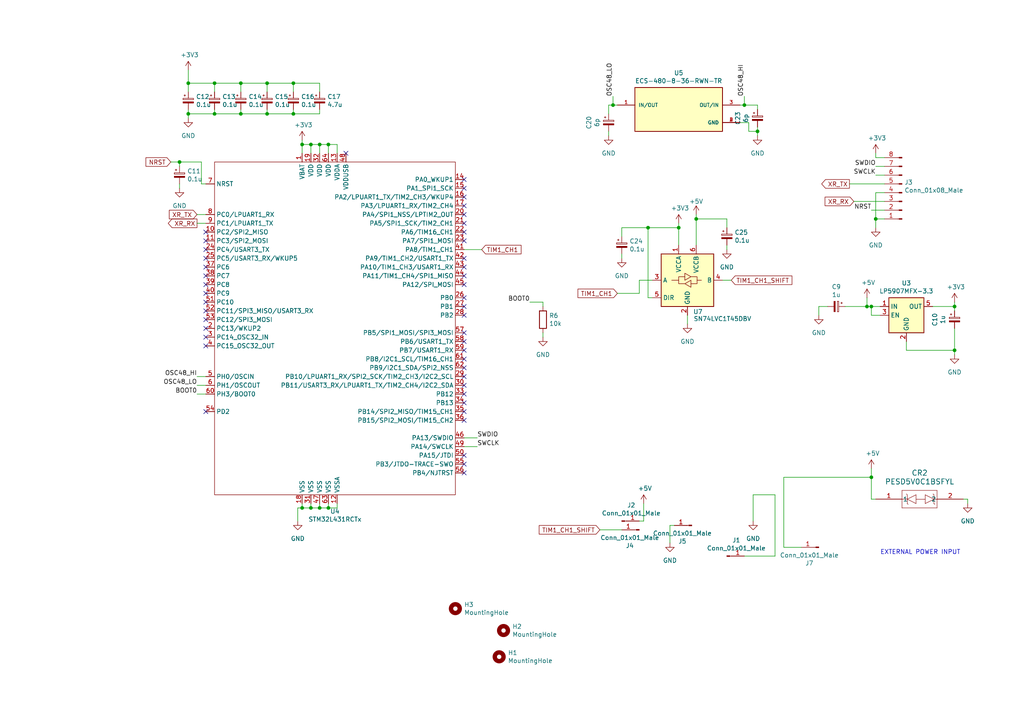
<source format=kicad_sch>
(kicad_sch (version 20231120) (generator "eeschema") (generator_version "8.0")
  (paper "A4")
  (lib_symbols
    (symbol "Connector:Conn_01x08_Male" (pin_names (offset 1.016) hide)
      (property "Reference" "J" (at 0 10.16 0))
      (property "Value" "Conn_01x08_Male" (at 0 -12.7 0))
      (symbol "Conn_01x08_Male_1_1"
        (polyline (pts (xy 1.27 -10.16) (xy 0.8636 -10.16)) (stroke (width 0.1524)))
        (polyline (pts (xy 1.27 -7.62) (xy 0.8636 -7.62)) (stroke (width 0.1524)))
        (polyline (pts (xy 1.27 -5.08) (xy 0.8636 -5.08)) (stroke (width 0.1524)))
        (polyline (pts (xy 1.27 -2.54) (xy 0.8636 -2.54)) (stroke (width 0.1524)))
        (polyline (pts (xy 1.27 0) (xy 0.8636 0)) (stroke (width 0.1524)))
        (polyline (pts (xy 1.27 2.54) (xy 0.8636 2.54)) (stroke (width 0.1524)))
        (polyline (pts (xy 1.27 5.08) (xy 0.8636 5.08)) (stroke (width 0.1524)))
        (polyline (pts (xy 1.27 7.62) (xy 0.8636 7.62)) (stroke (width 0.1524)))
        (rectangle (start 0.8636 -10.033) (end 0 -10.287) (stroke (width 0.1524)) (fill (type outline)))
        (rectangle (start 0.8636 -7.493) (end 0 -7.747) (stroke (width 0.1524)) (fill (type outline)))
        (rectangle (start 0.8636 -4.953) (end 0 -5.207) (stroke (width 0.1524)) (fill (type outline)))
        (rectangle (start 0.8636 -2.413) (end 0 -2.667) (stroke (width 0.1524)) (fill (type outline)))
        (rectangle (start 0.8636 0.127) (end 0 -0.127) (stroke (width 0.1524)) (fill (type outline)))
        (rectangle (start 0.8636 2.667) (end 0 2.413) (stroke (width 0.1524)) (fill (type outline)))
        (rectangle (start 0.8636 5.207) (end 0 4.953) (stroke (width 0.1524)) (fill (type outline)))
        (rectangle (start 0.8636 7.747) (end 0 7.493) (stroke (width 0.1524)) (fill (type outline)))
        (pin passive line (at 5.08 7.62 180) (length 3.81) (name "Pin_1") (number "1"))
        (pin passive line (at 5.08 5.08 180) (length 3.81) (name "Pin_2") (number "2"))
        (pin passive line (at 5.08 2.54 180) (length 3.81) (name "Pin_3") (number "3"))
        (pin passive line (at 5.08 0 180) (length 3.81) (name "Pin_4") (number "4"))
        (pin passive line (at 5.08 -2.54 180) (length 3.81) (name "Pin_5") (number "5"))
        (pin passive line (at 5.08 -5.08 180) (length 3.81) (name "Pin_6") (number "6"))
        (pin passive line (at 5.08 -7.62 180) (length 3.81) (name "Pin_7") (number "7"))
        (pin passive line (at 5.08 -10.16 180) (length 3.81) (name "Pin_8") (number "8"))
      )
    )
    (symbol "Device:R" (pin_numbers hide) (pin_names (offset 0))
      (property "Reference" "R" (at 2.032 0 90))
      (property "Value" "R" (at 0 0 90))
      (symbol "R_0_1"
        (rectangle (start -1.016 -2.54) (end 1.016 2.54) (stroke (width 0.254)))
      )
      (symbol "R_1_1"
        (pin passive line (at 0 3.81 270) (length 1.27) (name "~") (number "1"))
        (pin passive line (at 0 -3.81 90) (length 1.27) (name "~") (number "2"))
      )
    )
    (symbol "Logic_LevelTranslator:SN74LVC1T45DBV"
      (property "Reference" "U" (at -6.35 8.89 0))
      (property "Value" "SN74LVC1T45DBV" (at 3.81 8.89 0))
      (symbol "SN74LVC1T45DBV_0_1"
        (rectangle (start -7.62 7.62) (end 7.62 -7.62) (stroke (width 0.254)) (fill (type background)))
        (polyline (pts (xy -2.54 0) (xy -2.54 1.016) (xy -0.762 1.016)))
        (polyline (pts (xy 2.794 0) (xy 2.794 -1.016) (xy 1.016 -1.016)))
        (polyline (pts (xy -0.762 -1.016) (xy -2.54 -1.016) (xy -2.54 0) (xy -4.572 0)))
        (polyline (pts (xy -0.762 0) (xy -0.762 2.032) (xy 1.016 1.016) (xy -0.762 0)))
        (polyline (pts (xy 1.016 1.016) (xy 2.794 1.016) (xy 2.794 0) (xy 4.064 0)))
        (polyline (pts (xy 1.016 0) (xy 1.016 -1.778) (xy 1.016 -2.032) (xy -0.762 -1.016) (xy 1.016 0)))
      )
      (symbol "SN74LVC1T45DBV_1_1"
        (pin power_in line (at -2.54 10.16 270) (length 2.54) (name "VCCA") (number "1"))
        (pin power_in line (at 0 -10.16 90) (length 2.54) (name "GND") (number "2"))
        (pin bidirectional line (at -10.16 0 0) (length 2.54) (name "A") (number "3"))
        (pin bidirectional line (at 10.16 0 180) (length 2.54) (name "B") (number "4"))
        (pin input line (at -10.16 -5.08 0) (length 2.54) (name "DIR") (number "5"))
        (pin power_in line (at 2.54 10.16 270) (length 2.54) (name "VCCB") (number "6"))
      )
    )
    (symbol "Mechanical:MountingHole" (pin_names (offset 1.016))
      (property "Reference" "H" (at 0 5.08 0))
      (property "Value" "MountingHole" (at 0 3.175 0))
      (symbol "MountingHole_0_1"
        (circle (center 0 0) (radius 1.27) (stroke (width 1.27)))
      )
    )
    (symbol "Regulator_Linear:LP5907MFX-3.3"
      (property "Reference" "U" (at -3.81 6.35 0))
      (property "Value" "LP5907MFX-3.3" (at 6.35 6.35 0))
      (symbol "LP5907MFX-3.3_0_1"
        (rectangle (start -5.08 -5.08) (end 5.08 5.08) (stroke (width 0.254)) (fill (type background)))
        (pin power_in line (at -7.62 2.54 0) (length 2.54) (name "IN") (number "1"))
        (pin power_in line (at 0 -7.62 90) (length 2.54) (name "GND") (number "2"))
        (pin input line (at -7.62 0 0) (length 2.54) (name "EN") (number "3"))
        (pin no_connect line (at 5.08 0 180) (length 2.54) hide (name "NC") (number "4"))
        (pin power_out line (at 7.62 2.54 180) (length 2.54) (name "OUT") (number "5"))
      )
    )
    (symbol "power:+5V" (power) (pin_names (offset 0))
      (property "Value" "+5V" (at 0 3.556 0))
      (symbol "+5V_0_1"
        (polyline (pts (xy -0.762 1.27) (xy 0 2.54)))
        (polyline (pts (xy 0 0) (xy 0 2.54)))
        (polyline (pts (xy 0 2.54) (xy 0.762 1.27)))
      )
      (symbol "+5V_1_1"
        (pin power_in line (at 0 0 90) (length 0) hide (name "+5V") (number "1"))
      )
    )
    (symbol "power:GND" (power) (pin_names (offset 0))
      (property "Value" "GND" (at 0 -3.81 0))
      (symbol "GND_0_1"
        (polyline (pts (xy 0 0) (xy 0 -1.27) (xy 1.27 -1.27) (xy 0 -2.54) (xy -1.27 -1.27) (xy 0 -1.27)))
      )
      (symbol "GND_1_1"
        (pin power_in line (at 0 0 270) (length 0) hide (name "GND") (number "1"))
      )
    )
    (symbol "small_led_driver_v2-rescue:+5V-power" (power) (pin_names (offset 0))
      (property "Value" "power_+5V" (at 0 3.556 0))
      (symbol "+5V-power_0_1"
        (polyline (pts (xy -0.762 1.27) (xy 0 2.54)))
        (polyline (pts (xy 0 0) (xy 0 2.54)))
        (polyline (pts (xy 0 2.54) (xy 0.762 1.27)))
      )
      (symbol "+5V-power_1_1"
        (pin power_in line (at 0 0 90) (length 0) hide (name "+5V") (number "1"))
      )
    )
    (symbol "small_led_driver_v2-rescue:Conn_01x01_Male-Connector" (pin_names (offset 1.016) hide)
      (property "Reference" "J" (at 0 2.54 0))
      (property "Value" "Connector_Conn_01x01_Male" (at 0 -2.54 0))
      (symbol "Conn_01x01_Male-Connector_1_1"
        (polyline (pts (xy 1.27 0) (xy 0.8636 0)) (stroke (width 0.1524)))
        (rectangle (start 0.8636 0.127) (end 0 -0.127) (stroke (width 0.1524)) (fill (type outline)))
        (pin passive line (at 5.08 0 180) (length 3.81) (name "Pin_1") (number "1"))
      )
    )
    (symbol "spudglo_driver_v3p1-rescue:+3.3V-power" (power) (pin_names (offset 0))
      (property "Value" "+3.3V-power" (at 0 3.556 0))
      (symbol "+3.3V-power_0_1"
        (polyline (pts (xy -0.762 1.27) (xy 0 2.54)))
        (polyline (pts (xy 0 0) (xy 0 2.54)))
        (polyline (pts (xy 0 2.54) (xy 0.762 1.27)))
      )
      (symbol "+3.3V-power_1_1"
        (pin power_in line (at 0 0 90) (length 0) hide (name "+3V3") (number "1"))
      )
    )
    (symbol "spudglo_driver_v3p1-rescue:CP_Small-Device" (pin_numbers hide) (pin_names (offset 0.254) hide)
      (property "Reference" "C" (at 0.254 1.778 0))
      (property "Value" "CP_Small-Device" (at 0.254 -2.032 0))
      (symbol "CP_Small-Device_0_1"
        (rectangle (start -1.524 -0.3048) (end 1.524 -0.6858) (fill (type outline)))
        (rectangle (start -1.524 0.6858) (end 1.524 0.3048))
        (polyline (pts (xy -1.27 1.524) (xy -0.762 1.524)))
        (polyline (pts (xy -1.016 1.27) (xy -1.016 1.778)))
      )
      (symbol "CP_Small-Device_1_1"
        (pin passive line (at 0 2.54 270) (length 1.8542) (name "~") (number "1"))
        (pin passive line (at 0 -2.54 90) (length 1.8542) (name "~") (number "2"))
      )
    )
    (symbol "spudglo_driver_v3p1-rescue:ECS-480-8-36-RWN-TR-ECS-480-8-36-RWN-TR" (pin_names (offset 1.016))
      (property "Reference" "Y" (at -12.7254 7.6454 0))
      (property "Value" "ECS-480-8-36-RWN-TR-ECS-480-8-36-RWN-TR" (at -12.7 -7.62 0))
      (symbol "ECS-480-8-36-RWN-TR-ECS-480-8-36-RWN-TR_0_0"
        (rectangle (start -12.7 -5.08) (end 12.7 7.62) (stroke (width 0.254)) (fill (type background)))
        (pin bidirectional line (at -17.78 2.54 0) (length 5.08) (name "IN/OUT") (number "1"))
        (pin power_in line (at 17.78 -2.54 180) (length 5.08) (name "GND") (number "2"))
        (pin bidirectional line (at 17.78 2.54 180) (length 5.08) (name "OUT/IN") (number "3"))
        (pin power_in line (at 17.78 -2.54 180) (length 5.08) (name "GND") (number "4"))
      )
    )
    (symbol "spudglo_driver_v3p1-rescue:STM32L431RCTx-MCU_ST_STM32L4"
      (property "Reference" "U" (at -6.35 29.21 0))
      (property "Value" "STM32L431RCTx-MCU_ST_STM32L4" (at -8.89 -72.39 0))
      (symbol "STM32L431RCTx-MCU_ST_STM32L4_0_1"
        (rectangle (start -8.89 26.67) (end 60.96 -69.85))
      )
      (symbol "STM32L431RCTx-MCU_ST_STM32L4_1_1"
        (pin power_in line (at 16.51 29.21 270) (length 2.54) (name "VBAT") (number "1"))
        (pin bidirectional line (at -11.43 6.35 0) (length 2.54) (name "PC2/SPI2_MISO") (number "10"))
        (pin bidirectional line (at -11.43 3.81 0) (length 2.54) (name "PC3/SPI2_MOSI") (number "11"))
        (pin power_in line (at 26.67 -72.39 90) (length 2.54) (name "VSSA") (number "12"))
        (pin power_in line (at 26.67 29.21 270) (length 2.54) (name "VDDA") (number "13"))
        (pin bidirectional line (at 63.5 21.59 180) (length 2.54) (name "PA0_WKUP1") (number "14"))
        (pin bidirectional line (at 63.5 19.05 180) (length 2.54) (name "PA1_SPI1_SCK") (number "15"))
        (pin bidirectional line (at 63.5 16.51 180) (length 2.54) (name "PA2/LPUART1_TX/TIM2_CH3/WKUP4") (number "16"))
        (pin bidirectional line (at 63.5 13.97 180) (length 2.54) (name "PA3/LPUART1_RX/TIM2_CH4") (number "17"))
        (pin power_in line (at 16.51 -72.39 90) (length 2.54) (name "VSS") (number "18"))
        (pin power_in line (at 19.05 29.21 270) (length 2.54) (name "VDD") (number "19"))
        (pin bidirectional line (at -11.43 -21.59 0) (length 2.54) (name "PC13/WKUP2") (number "2"))
        (pin bidirectional line (at 63.5 11.43 180) (length 2.54) (name "PA4/SPI1_NSS/LPTIM2_OUT") (number "20"))
        (pin bidirectional line (at 63.5 8.89 180) (length 2.54) (name "PA5/SPI1_SCK/TIM2_CH1") (number "21"))
        (pin bidirectional line (at 63.5 6.35 180) (length 2.54) (name "PA6/TIM16_CH1") (number "22"))
        (pin bidirectional line (at 63.5 3.81 180) (length 2.54) (name "PA7/SPI1_MOSI") (number "23"))
        (pin bidirectional line (at -11.43 1.27 0) (length 2.54) (name "PC4/USART3_TX") (number "24"))
        (pin bidirectional line (at -11.43 -1.27 0) (length 2.54) (name "PC5/USART3_RX/WKUP5") (number "25"))
        (pin bidirectional line (at 63.5 -12.7 180) (length 2.54) (name "PB0") (number "26"))
        (pin bidirectional line (at 63.5 -15.24 180) (length 2.54) (name "PB1") (number "27"))
        (pin bidirectional line (at 63.5 -17.78 180) (length 2.54) (name "PB2") (number "28"))
        (pin bidirectional line (at 63.5 -35.56 180) (length 2.54) (name "PB10/LPUART1_RX/SPI2_SCK/TIM2_CH3/I2C2_SCL") (number "29"))
        (pin bidirectional line (at -11.43 -24.13 0) (length 2.54) (name "PC14_OSC32_IN") (number "3"))
        (pin bidirectional line (at 63.5 -38.1 180) (length 2.54) (name "PB11/USART3_RX/LPUART1_TX/TIM2_CH4/I2C2_SDA") (number "30"))
        (pin power_in line (at 19.05 -72.39 90) (length 2.54) (name "VSS") (number "31"))
        (pin power_in line (at 21.59 29.21 270) (length 2.54) (name "VDD") (number "32"))
        (pin bidirectional line (at 63.5 -40.64 180) (length 2.54) (name "PB12") (number "33"))
        (pin bidirectional line (at 63.5 -43.18 180) (length 2.54) (name "PB13") (number "34"))
        (pin bidirectional line (at 63.5 -45.72 180) (length 2.54) (name "PB14/SPI2_MISO/TIM15_CH1") (number "35"))
        (pin bidirectional line (at 63.5 -48.26 180) (length 2.54) (name "PB15/SPI2_MOSI/TIM15_CH2") (number "36"))
        (pin bidirectional line (at -11.43 -3.81 0) (length 2.54) (name "PC6") (number "37"))
        (pin bidirectional line (at -11.43 -6.35 0) (length 2.54) (name "PC7") (number "38"))
        (pin bidirectional line (at -11.43 -8.89 0) (length 2.54) (name "PC8") (number "39"))
        (pin bidirectional line (at -11.43 -26.67 0) (length 2.54) (name "PC15_OSC32_OUT") (number "4"))
        (pin bidirectional line (at -11.43 -11.43 0) (length 2.54) (name "PC9") (number "40"))
        (pin bidirectional line (at 63.5 1.27 180) (length 2.54) (name "PA8/TIM1_CH1") (number "41"))
        (pin bidirectional line (at 63.5 -1.27 180) (length 2.54) (name "PA9/TIM1_CH2/USART1_TX") (number "42"))
        (pin bidirectional line (at 63.5 -3.81 180) (length 2.54) (name "PA10/TIM1_CH3/USART1_RX") (number "43"))
        (pin bidirectional line (at 63.5 -6.35 180) (length 2.54) (name "PA11/TIM1_CH4/SPI1_MISO") (number "44"))
        (pin bidirectional line (at 63.5 -8.89 180) (length 2.54) (name "PA12/SPI_MOSI") (number "45"))
        (pin bidirectional line (at 63.5 -53.34 180) (length 2.54) (name "PA13/SWDIO") (number "46"))
        (pin power_in line (at 21.59 -72.39 90) (length 2.54) (name "VSS") (number "47"))
        (pin power_in line (at 29.21 29.21 270) (length 2.54) (name "VDDUSB") (number "48"))
        (pin bidirectional line (at 63.5 -55.88 180) (length 2.54) (name "PA14/SWCLK") (number "49"))
        (pin input line (at -11.43 -35.56 0) (length 2.54) (name "PH0/OSCIN") (number "5"))
        (pin bidirectional line (at 63.5 -58.42 180) (length 2.54) (name "PA15/JTDI") (number "50"))
        (pin bidirectional line (at -11.43 -13.97 0) (length 2.54) (name "PC10") (number "51"))
        (pin bidirectional line (at -11.43 -16.51 0) (length 2.54) (name "PC11/SPI3_MISO/USART3_RX") (number "52"))
        (pin bidirectional line (at -11.43 -19.05 0) (length 2.54) (name "PC12/SPI3_MOSI") (number "53"))
        (pin bidirectional line (at -11.43 -45.72 0) (length 2.54) (name "PD2") (number "54"))
        (pin bidirectional line (at 63.5 -60.96 180) (length 2.54) (name "PB3/JTDO-TRACE-SWO") (number "55"))
        (pin bidirectional line (at 63.5 -63.5 180) (length 2.54) (name "PB4/NJTRST") (number "56"))
        (pin bidirectional line (at 63.5 -22.86 180) (length 2.54) (name "PB5/SPI1_MOSI/SPI3_MOSI") (number "57"))
        (pin bidirectional line (at 63.5 -25.4 180) (length 2.54) (name "PB6/USART1_TX") (number "58"))
        (pin bidirectional line (at 63.5 -27.94 180) (length 2.54) (name "PB7/USART1_RX") (number "59"))
        (pin input line (at -11.43 -38.1 0) (length 2.54) (name "PH1/OSCOUT") (number "6"))
        (pin bidirectional line (at -11.43 -40.64 0) (length 2.54) (name "PH3/BOOT0") (number "60"))
        (pin bidirectional line (at 63.5 -30.48 180) (length 2.54) (name "PB8/I2C1_SCL/TIM16_CH1") (number "61"))
        (pin bidirectional line (at 63.5 -33.02 180) (length 2.54) (name "PB9/I2C1_SDA/SPI2_NSS") (number "62"))
        (pin power_in line (at 24.13 -72.39 90) (length 2.54) (name "VSS") (number "63"))
        (pin power_in line (at 24.13 29.21 270) (length 2.54) (name "VDD") (number "64"))
        (pin input line (at -11.43 20.32 0) (length 2.54) (name "NRST") (number "7"))
        (pin bidirectional line (at -11.43 11.43 0) (length 2.54) (name "PC0/LPUART1_RX") (number "8"))
        (pin bidirectional line (at -11.43 8.89 0) (length 2.54) (name "PC1/LPUART1_TX") (number "9"))
      )
    )
    (symbol "srw_custom:PESD5V0C1BSFYL" (pin_names (offset 0.254))
      (property "Reference" "CR" (at 12.7 7.62 0))
      (property "Value" "PESD5V0C1BSFYL" (at 12.7 5.08 0))
      (symbol "PESD5V0C1BSFYL_0_1"
        (polyline (pts (xy 7.62 -2.54) (xy 17.78 -2.54)) (stroke (width 0.127)))
        (polyline (pts (xy 7.62 0) (xy 9.092 0.0409)) (stroke (width 0.127)))
        (polyline (pts (xy 7.62 2.54) (xy 7.62 -2.54)) (stroke (width 0.127)))
        (polyline (pts (xy 9.144 -1.27) (xy 9.144 1.27)) (stroke (width 0.127)))
        (polyline (pts (xy 9.144 -1.27) (xy 9.398 -1.524)) (stroke (width 0.127)))
        (polyline (pts (xy 9.144 0) (xy 11.684 1.27)) (stroke (width 0.127)))
        (polyline (pts (xy 9.144 1.27) (xy 8.89 1.524)) (stroke (width 0.127)))
        (polyline (pts (xy 11.684 -1.27) (xy 9.144 0)) (stroke (width 0.127)))
        (polyline (pts (xy 11.684 1.27) (xy 11.684 -1.27)) (stroke (width 0.127)))
        (polyline (pts (xy 14.31 -0.0257) (xy 11.7376 -0.0391)) (stroke (width 0.127)))
        (polyline (pts (xy 14.341 -1.2724) (xy 14.341 1.2676)) (stroke (width 0.127)))
        (polyline (pts (xy 14.341 1.2676) (xy 16.881 0)) (stroke (width 0.127)))
        (polyline (pts (xy 16.8757 -0.0302) (xy 17.8531 -0.0302)) (stroke (width 0.127)))
        (polyline (pts (xy 16.881 -1.2724) (xy 17.135 -1.5264)) (stroke (width 0.127)))
        (polyline (pts (xy 16.881 0) (xy 14.341 -1.2724)) (stroke (width 0.127)))
        (polyline (pts (xy 16.881 1.2676) (xy 16.627 1.5216)) (stroke (width 0.127)))
        (polyline (pts (xy 16.881 1.2676) (xy 16.881 -1.2724)) (stroke (width 0.127)))
        (polyline (pts (xy 17.78 -2.54) (xy 17.78 2.54)) (stroke (width 0.127)))
        (polyline (pts (xy 17.78 2.54) (xy 7.62 2.54)) (stroke (width 0.127)))
        (pin unspecified line (at 0 0 0) (length 7.62) (name "1") (number "1"))
        (pin unspecified line (at 25.4 0 180) (length 7.62) (name "2") (number "2"))
      )
    )
  )
  (junction (at 62.23 24.13))
  (junction (at 69.85 33.02))
  (junction (at 187.96 66.04))
  (junction (at 52.07 46.99))
  (junction (at 87.63 41.91))
  (junction (at 215.9 30.48))
  (junction (at 92.71 41.91))
  (junction (at 276.86 88.9))
  (junction (at 85.09 24.13))
  (junction (at 201.93 63.5))
  (junction (at 77.47 33.02))
  (junction (at 90.17 41.91))
  (junction (at 54.61 33.02))
  (junction (at 276.86 101.6))
  (junction (at 77.47 24.13))
  (junction (at 54.61 24.13))
  (junction (at 251.46 88.9))
  (junction (at 85.09 33.02))
  (junction (at 87.63 147.32))
  (junction (at 95.25 41.91))
  (junction (at 69.85 24.13))
  (junction (at 196.85 66.04))
  (junction (at 90.17 147.32))
  (junction (at 95.25 147.32))
  (junction (at 252.73 88.9))
  (junction (at 254 63.5))
  (junction (at 219.71 38.1))
  (junction (at 252.73 138.43))
  (junction (at 62.23 33.02))
  (junction (at 177.8 30.48))
  (junction (at 92.71 147.32))
  (no_connect (at 134.62 114.3))
  (no_connect (at 59.69 97.79))
  (no_connect (at 134.62 119.38))
  (no_connect (at 59.69 67.31))
  (no_connect (at 59.69 87.63))
  (no_connect (at 134.62 101.6))
  (no_connect (at 134.62 67.31))
  (no_connect (at 134.62 52.07))
  (no_connect (at 134.62 57.15))
  (no_connect (at 134.62 88.9))
  (no_connect (at 134.62 91.44))
  (no_connect (at 59.69 92.71))
  (no_connect (at 59.69 85.09))
  (no_connect (at 134.62 106.68))
  (no_connect (at 134.62 134.62))
  (no_connect (at 100.33 44.45))
  (no_connect (at 59.69 82.55))
  (no_connect (at 134.62 59.69))
  (no_connect (at 134.62 109.22))
  (no_connect (at 134.62 99.06))
  (no_connect (at 134.62 96.52))
  (no_connect (at 134.62 111.76))
  (no_connect (at 134.62 137.16))
  (no_connect (at 59.69 80.01))
  (no_connect (at 59.69 77.47))
  (no_connect (at 59.69 90.17))
  (no_connect (at 134.62 64.77))
  (no_connect (at 59.69 69.85))
  (no_connect (at 134.62 74.93))
  (no_connect (at 134.62 62.23))
  (no_connect (at 134.62 116.84))
  (no_connect (at 134.62 80.01))
  (no_connect (at 59.69 95.25))
  (no_connect (at 59.69 100.33))
  (no_connect (at 134.62 82.55))
  (no_connect (at 134.62 104.14))
  (no_connect (at 134.62 86.36))
  (no_connect (at 59.69 72.39))
  (no_connect (at 134.62 54.61))
  (no_connect (at 134.62 132.08))
  (no_connect (at 134.62 69.85))
  (no_connect (at 59.69 74.93))
  (no_connect (at 59.69 119.38))
  (no_connect (at 134.62 77.47))
  (no_connect (at 134.62 121.92))
  (wire (pts (xy 95.25 44.45) (xy 95.25 41.91)))
  (wire (pts (xy 217.17 35.56) (xy 217.17 38.1)))
  (wire (pts (xy 232.41 158.75) (xy 227.33 158.75)))
  (wire (pts (xy 252.73 138.43) (xy 252.73 135.89)))
  (wire (pts (xy 246.38 53.34) (xy 256.54 53.34)))
  (wire (pts (xy 185.42 85.09) (xy 185.42 81.28)))
  (wire (pts (xy 57.15 109.22) (xy 59.69 109.22)))
  (wire (pts (xy 54.61 33.02) (xy 62.23 33.02)))
  (wire (pts (xy 77.47 33.02) (xy 77.47 31.75)))
  (wire (pts (xy 92.71 44.45) (xy 92.71 41.91)))
  (wire (pts (xy 262.89 99.06) (xy 262.89 101.6)))
  (wire (pts (xy 52.07 48.26) (xy 52.07 46.99)))
  (wire (pts (xy 157.48 88.9) (xy 157.48 87.63)))
  (wire (pts (xy 194.31 157.48) (xy 194.31 152.4)))
  (wire (pts (xy 90.17 147.32) (xy 92.71 147.32)))
  (wire (pts (xy 90.17 44.45) (xy 90.17 41.91)))
  (wire (pts (xy 95.25 147.32) (xy 97.79 147.32)))
  (wire (pts (xy 85.09 33.02) (xy 92.71 33.02)))
  (wire (pts (xy 215.9 30.48) (xy 214.63 30.48)))
  (wire (pts (xy 252.73 91.44) (xy 252.73 88.9)))
  (wire (pts (xy 254 45.72) (xy 254 44.45)))
  (wire (pts (xy 254 55.88) (xy 254 63.5)))
  (wire (pts (xy 97.79 44.45) (xy 97.79 41.91)))
  (wire (pts (xy 90.17 41.91) (xy 87.63 41.91)))
  (wire (pts (xy 95.25 146.05) (xy 95.25 147.32)))
  (wire (pts (xy 217.17 38.1) (xy 219.71 38.1)))
  (wire (pts (xy 92.71 24.13) (xy 85.09 24.13)))
  (wire (pts (xy 180.34 73.66) (xy 180.34 74.93)))
  (wire (pts (xy 262.89 101.6) (xy 276.86 101.6)))
  (wire (pts (xy 210.82 63.5) (xy 201.93 63.5)))
  (wire (pts (xy 95.25 41.91) (xy 92.71 41.91)))
  (wire (pts (xy 57.15 114.3) (xy 59.69 114.3)))
  (wire (pts (xy 219.71 38.1) (xy 219.71 36.83)))
  (wire (pts (xy 59.69 53.34) (xy 58.42 53.34)))
  (wire (pts (xy 157.48 97.79) (xy 157.48 96.52)))
  (wire (pts (xy 199.39 91.44) (xy 199.39 93.98)))
  (wire (pts (xy 187.96 86.36) (xy 187.96 66.04)))
  (wire (pts (xy 276.86 95.25) (xy 276.86 101.6)))
  (wire (pts (xy 276.86 90.17) (xy 276.86 88.9)))
  (wire (pts (xy 201.93 63.5) (xy 201.93 71.12)))
  (wire (pts (xy 54.61 24.13) (xy 62.23 24.13)))
  (wire (pts (xy 180.34 68.58) (xy 180.34 66.04)))
  (wire (pts (xy 177.8 27.94) (xy 177.8 30.48)))
  (wire (pts (xy 85.09 33.02) (xy 77.47 33.02)))
  (wire (pts (xy 69.85 24.13) (xy 77.47 24.13)))
  (wire (pts (xy 180.34 66.04) (xy 187.96 66.04)))
  (wire (pts (xy 54.61 31.75) (xy 54.61 33.02)))
  (wire (pts (xy 57.15 62.23) (xy 59.69 62.23)))
  (wire (pts (xy 134.62 127) (xy 138.43 127)))
  (wire (pts (xy 86.36 151.13) (xy 86.36 147.32)))
  (wire (pts (xy 86.36 147.32) (xy 87.63 147.32)))
  (wire (pts (xy 185.42 151.13) (xy 186.69 151.13)))
  (wire (pts (xy 77.47 24.13) (xy 85.09 24.13)))
  (wire (pts (xy 255.27 91.44) (xy 252.73 91.44)))
  (wire (pts (xy 92.71 41.91) (xy 90.17 41.91)))
  (wire (pts (xy 173.99 153.67) (xy 180.34 153.67)))
  (wire (pts (xy 134.62 72.39) (xy 139.7 72.39)))
  (wire (pts (xy 54.61 24.13) (xy 54.61 20.32)))
  (wire (pts (xy 209.55 81.28) (xy 212.09 81.28)))
  (wire (pts (xy 62.23 33.02) (xy 69.85 33.02)))
  (wire (pts (xy 237.49 88.9) (xy 237.49 91.44)))
  (wire (pts (xy 90.17 146.05) (xy 90.17 147.32)))
  (wire (pts (xy 210.82 71.12) (xy 210.82 72.39)))
  (wire (pts (xy 87.63 44.45) (xy 87.63 41.91)))
  (wire (pts (xy 247.65 58.42) (xy 256.54 58.42)))
  (wire (pts (xy 280.67 144.78) (xy 280.67 146.05)))
  (wire (pts (xy 62.23 33.02) (xy 62.23 31.75)))
  (wire (pts (xy 254 144.78) (xy 252.73 144.78)))
  (wire (pts (xy 251.46 88.9) (xy 245.11 88.9)))
  (wire (pts (xy 276.86 101.6) (xy 276.86 102.87)))
  (wire (pts (xy 256.54 55.88) (xy 254 55.88)))
  (wire (pts (xy 256.54 63.5) (xy 254 63.5)))
  (wire (pts (xy 227.33 138.43) (xy 252.73 138.43)))
  (wire (pts (xy 254 63.5) (xy 254 66.04)))
  (wire (pts (xy 54.61 26.67) (xy 54.61 24.13)))
  (wire (pts (xy 62.23 24.13) (xy 69.85 24.13)))
  (wire (pts (xy 210.82 66.04) (xy 210.82 63.5)))
  (wire (pts (xy 219.71 30.48) (xy 215.9 30.48)))
  (wire (pts (xy 187.96 66.04) (xy 196.85 66.04)))
  (wire (pts (xy 57.15 111.76) (xy 59.69 111.76)))
  (wire (pts (xy 57.15 64.77) (xy 59.69 64.77)))
  (wire (pts (xy 179.07 30.48) (xy 177.8 30.48)))
  (wire (pts (xy 85.09 31.75) (xy 85.09 33.02)))
  (wire (pts (xy 176.53 39.37) (xy 176.53 38.1)))
  (wire (pts (xy 92.71 31.75) (xy 92.71 33.02)))
  (wire (pts (xy 176.53 30.48) (xy 176.53 33.02)))
  (wire (pts (xy 69.85 33.02) (xy 69.85 31.75)))
  (wire (pts (xy 69.85 26.67) (xy 69.85 24.13)))
  (wire (pts (xy 92.71 147.32) (xy 92.71 146.05)))
  (wire (pts (xy 227.33 138.43) (xy 227.33 158.75)))
  (wire (pts (xy 218.44 143.51) (xy 218.44 151.13)))
  (wire (pts (xy 196.85 64.77) (xy 196.85 66.04)))
  (wire (pts (xy 219.71 39.37) (xy 219.71 38.1)))
  (wire (pts (xy 85.09 24.13) (xy 85.09 26.67)))
  (wire (pts (xy 252.73 88.9) (xy 251.46 88.9)))
  (wire (pts (xy 254 50.8) (xy 256.54 50.8)))
  (wire (pts (xy 87.63 147.32) (xy 87.63 146.05)))
  (wire (pts (xy 87.63 147.32) (xy 90.17 147.32)))
  (wire (pts (xy 194.31 152.4) (xy 195.58 152.4)))
  (wire (pts (xy 177.8 30.48) (xy 176.53 30.48)))
  (wire (pts (xy 62.23 26.67) (xy 62.23 24.13)))
  (wire (pts (xy 224.79 143.51) (xy 218.44 143.51)))
  (wire (pts (xy 201.93 62.23) (xy 201.93 63.5)))
  (wire (pts (xy 69.85 33.02) (xy 77.47 33.02)))
  (wire (pts (xy 276.86 88.9) (xy 276.86 87.63)))
  (wire (pts (xy 54.61 33.02) (xy 54.61 34.29)))
  (wire (pts (xy 256.54 45.72) (xy 254 45.72)))
  (wire (pts (xy 186.69 151.13) (xy 186.69 146.05)))
  (wire (pts (xy 153.67 87.63) (xy 157.48 87.63)))
  (wire (pts (xy 52.07 54.61) (xy 52.07 53.34)))
  (wire (pts (xy 185.42 81.28) (xy 189.23 81.28)))
  (wire (pts (xy 179.07 85.09) (xy 185.42 85.09)))
  (wire (pts (xy 97.79 147.32) (xy 97.79 146.05)))
  (wire (pts (xy 219.71 31.75) (xy 219.71 30.48)))
  (wire (pts (xy 97.79 41.91) (xy 95.25 41.91)))
  (wire (pts (xy 276.86 88.9) (xy 270.51 88.9)))
  (wire (pts (xy 215.9 27.94) (xy 215.9 30.48)))
  (wire (pts (xy 134.62 129.54) (xy 138.43 129.54)))
  (wire (pts (xy 252.73 138.43) (xy 252.73 144.78)))
  (wire (pts (xy 187.96 86.36) (xy 189.23 86.36)))
  (wire (pts (xy 255.27 88.9) (xy 252.73 88.9)))
  (wire (pts (xy 215.9 161.29) (xy 224.79 161.29)))
  (wire (pts (xy 214.63 35.56) (xy 217.17 35.56)))
  (wire (pts (xy 251.46 86.36) (xy 251.46 88.9)))
  (wire (pts (xy 58.42 53.34) (xy 58.42 46.99)))
  (wire (pts (xy 87.63 41.91) (xy 87.63 40.64)))
  (wire (pts (xy 196.85 66.04) (xy 196.85 71.12)))
  (wire (pts (xy 224.79 143.51) (xy 224.79 161.29)))
  (wire (pts (xy 252.73 60.96) (xy 256.54 60.96)))
  (wire (pts (xy 77.47 26.67) (xy 77.47 24.13)))
  (wire (pts (xy 58.42 46.99) (xy 52.07 46.99)))
  (wire (pts (xy 279.4 144.78) (xy 280.67 144.78)))
  (wire (pts (xy 92.71 147.32) (xy 95.25 147.32)))
  (wire (pts (xy 237.49 88.9) (xy 240.03 88.9)))
  (wire (pts (xy 254 48.26) (xy 256.54 48.26)))
  (wire (pts (xy 92.71 26.67) (xy 92.71 24.13)))
  (wire (pts (xy 49.53 46.99) (xy 52.07 46.99)))
  (text "EXTERNAL POWER INPUT" (at 266.954 160.274 0) (effects (font (size 1.27 1.27))))
  (label "SWDIO" (at 138.43 127 0))
  (label "SWCLK" (at 138.43 129.54 0))
  (label "OSC48_LO" (at 57.15 111.76 180))
  (label "SWDIO" (at 254 48.26 180))
  (label "BOOT0" (at 57.15 114.3 180))
  (label "BOOT0" (at 153.67 87.63 180))
  (label "OSC48_HI" (at 215.9 27.94 90))
  (label "OSC48_LO" (at 177.8 27.94 90))
  (label "NRST" (at 252.73 60.96 180))
  (label "OSC48_HI" (at 57.15 109.22 180))
  (label "SWCLK" (at 254 50.8 180))
  (global_label "TIM1_CH1" (shape input) (at 179.07 85.09 180) (property "Intersheetrefs" "${INTERSHEET_REFS}" (effects (hide yes))))
  (global_label "TIM1_CH1_SHIFT" (shape input) (at 173.99 153.67 180) (property "Intersheetrefs" "${INTERSHEET_REFS}" (effects (hide yes))))
  (global_label "XR_RX" (shape output) (at 57.15 64.77 180) (property "Intersheetrefs" "${INTERSHEET_REFS}" (effects (hide yes))))
  (global_label "TIM1_CH1_SHIFT" (shape input) (at 212.09 81.28 0) (property "Intersheetrefs" "${INTERSHEET_REFS}" (effects (hide yes))))
  (global_label "NRST" (shape input) (at 49.53 46.99 180) (property "Intersheetrefs" "${INTERSHEET_REFS}" (effects (hide yes))))
  (global_label "XR_RX" (shape input) (at 247.65 58.42 180) (property "Intersheetrefs" "${INTERSHEET_REFS}" (effects (hide yes))))
  (global_label "TIM1_CH1" (shape input) (at 139.7 72.39 0) (property "Intersheetrefs" "${INTERSHEET_REFS}" (effects (hide yes))))
  (global_label "XR_TX" (shape input) (at 57.15 62.23 180) (property "Intersheetrefs" "${INTERSHEET_REFS}" (effects (hide yes))))
  (global_label "XR_TX" (shape output) (at 246.38 53.34 180) (property "Intersheetrefs" "${INTERSHEET_REFS}" (effects (hide yes))))
  (symbol (lib_id "power:+5V") (at 251.46 86.36 0) (unit 1)
    (property "Reference" "#PWR011" (effects (hide yes)))
    (property "Value" "+5V" (at 251.841 81.9658 0))
  )
  (symbol (lib_id "small_led_driver_v2-rescue:+5V-power") (at 252.73 135.89 0) (unit 1)
    (property "Reference" "#PWR03" (effects (hide yes)))
    (property "Value" "+5V" (at 253.111 131.4958 0))
  )
  (symbol (lib_id "Logic_LevelTranslator:SN74LVC1T45DBV") (at 199.39 81.28 0) (unit 1)
    (property "Reference" "U7" (at 202.438 90.424 0))
    (property "Value" "SN74LVC1T45DBV" (at 209.55 92.456 0))
    (property "Footprint" "Package_TO_SOT_SMD:SOT-23-6" (effects (hide yes)))
    (property "Datasheet" "http://www.ti.com/lit/ds/symlink/sn74lvc1t45.pdf" (effects (hide yes)))
    (property "Description" "Single-Bit Dual-Supply Bus Transceiver With Configurable Voltage Translation and 3-State Outputs, SOT-23-6" (effects (hide yes)))
  )
  (symbol (lib_id "spudglo_driver_v3p1-rescue:CP_Small-Device") (at 180.34 71.12 0) (unit 1)
    (property "Reference" "C24" (at 182.5752 69.9516 0) (effects (justify left)))
    (property "Value" "0.1u" (at 182.5752 72.263 0) (effects (justify left)))
    (property "Footprint" "Capacitor_SMD:C_0402_1005Metric" (effects (hide yes)))
  )
  (symbol (lib_id "spudglo_driver_v3p1-rescue:CP_Small-Device") (at 54.61 29.21 0) (unit 1)
    (property "Reference" "C12" (at 56.8452 28.0416 0) (effects (justify left)))
    (property "Value" "0.1u" (at 56.8452 30.353 0) (effects (justify left)))
    (property "Footprint" "Capacitor_SMD:C_0402_1005Metric" (effects (hide yes)))
  )
  (symbol (lib_id "spudglo_driver_v3p1-rescue:CP_Small-Device") (at 85.09 29.21 0) (unit 1)
    (property "Reference" "C16" (at 87.3252 28.0416 0) (effects (justify left)))
    (property "Value" "0.1u" (at 87.3252 30.353 0) (effects (justify left)))
    (property "Footprint" "Capacitor_SMD:C_0402_1005Metric" (effects (hide yes)))
  )
  (symbol (lib_id "power:GND") (at 237.49 91.44 0) (unit 1)
    (property "Reference" "#PWR010" (effects (hide yes)))
    (property "Value" "GND" (at 237.49 96.52 0))
  )
  (symbol (lib_id "spudglo_driver_v3p1-rescue:CP_Small-Device") (at 92.71 29.21 0) (unit 1)
    (property "Reference" "C17" (at 94.9452 28.0416 0) (effects (justify left)))
    (property "Value" "4.7u" (at 94.9452 30.353 0) (effects (justify left)))
    (property "Footprint" "Capacitor_SMD:C_0402_1005Metric" (effects (hide yes)))
  )
  (symbol (lib_id "spudglo_driver_v3p1-rescue:CP_Small-Device") (at 62.23 29.21 0) (unit 1)
    (property "Reference" "C13" (at 64.4652 28.0416 0) (effects (justify left)))
    (property "Value" "0.1u" (at 64.4652 30.353 0) (effects (justify left)))
    (property "Footprint" "Capacitor_SMD:C_0402_1005Metric" (effects (hide yes)))
  )
  (symbol (lib_id "power:GND") (at 254 66.04 0) (unit 1)
    (property "Reference" "#PWR030" (effects (hide yes)))
    (property "Value" "GND" (at 254 71.12 0))
  )
  (symbol (lib_id "spudglo_driver_v3p1-rescue:STM32L431RCTx-MCU_ST_STM32L4") (at 71.12 73.66 0) (unit 1)
    (property "Reference" "U4" (at 97.155 148.3106 0))
    (property "Value" "STM32L431RCTx" (at 97.155 150.622 0))
    (property "Footprint" "Package_QFP:LQFP-64_10x10mm_P0.5mm" (effects (hide yes)))
    (property "Datasheet" "http://www.st.com/st-web-ui/static/active/en/resource/technical/document/datasheet/DM00257211.pdf" (effects (hide yes)))
  )
  (symbol (lib_id "power:GND") (at 276.86 102.87 0) (unit 1)
    (property "Reference" "#PWR013" (effects (hide yes)))
    (property "Value" "GND" (at 276.86 107.95 0))
  )
  (symbol (lib_id "srw_custom:PESD5V0C1BSFYL") (at 254 144.78 0) (unit 1)
    (property "Reference" "CR2" (at 266.7365 137.16 0) (effects (font (size 1.524 1.524))))
    (property "Value" "PESD5V0C1BSFYL" (at 266.7365 139.7 0) (effects (font (size 1.524 1.524))))
    (property "Footprint" "srw_custom:PESD5V0C1BSFYL_NEX" (effects (hide yes)))
    (property "Datasheet" "PESD5V0C1BSFYL" (effects (hide yes)))
  )
  (symbol (lib_id "power:GND") (at 218.44 151.13 0) (unit 1)
    (property "Reference" "#PWR05" (effects (hide yes)))
    (property "Value" "GND" (at 218.44 156.21 0))
  )
  (symbol (lib_id "power:GND") (at 157.48 97.79 0) (unit 1)
    (property "Reference" "#PWR023" (effects (hide yes)))
    (property "Value" "GND" (at 157.48 102.87 0))
  )
  (symbol (lib_id "spudglo_driver_v3p1-rescue:CP_Small-Device") (at 52.07 50.8 0) (unit 1)
    (property "Reference" "C11" (at 54.3052 49.6316 0) (effects (justify left)))
    (property "Value" "0.1u" (at 54.3052 51.943 0) (effects (justify left)))
    (property "Footprint" "Capacitor_SMD:C_0402_1005Metric" (effects (hide yes)))
  )
  (symbol (lib_id "Connector:Conn_01x08_Male") (at 261.62 55.88 180) (unit 1)
    (property "Reference" "J3" (at 262.3312 52.8828 0) (effects (justify right)))
    (property "Value" "Conn_01x08_Male" (at 262.3312 55.1942 0) (effects (justify right)))
    (property "Footprint" "Connector_PinHeader_2.54mm:PinHeader_2x04_P2.54mm_Vertical" (effects (hide yes)))
  )
  (symbol (lib_id "Mechanical:MountingHole") (at 132.08 176.53 0) (unit 1)
    (property "Reference" "H3" (at 134.62 175.3616 0) (effects (justify left)))
    (property "Value" "MountingHole" (at 134.62 177.673 0) (effects (justify left)))
    (property "Footprint" "MountingHole:MountingHole_2mm" (effects (hide yes)))
  )
  (symbol (lib_id "small_led_driver_v2-rescue:Conn_01x01_Male-Connector") (at 180.34 151.13 0) (unit 1)
    (property "Reference" "J2" (at 183.0832 146.5326 0))
    (property "Value" "Conn_01x01_Male" (at 183.0832 148.844 0))
    (property "Footprint" "Connector_Pin:Pin_D1.3mm_L11.0mm" (effects (hide yes)))
  )
  (symbol (lib_id "power:GND") (at 199.39 93.98 0) (unit 1)
    (property "Reference" "#PWR033" (effects (hide yes)))
    (property "Value" "GND" (at 199.39 99.06 0))
  )
  (symbol (lib_id "spudglo_driver_v3p1-rescue:CP_Small-Device") (at 276.86 92.71 0) (unit 1)
    (property "Reference" "C10" (at 271.145 92.71 90))
    (property "Value" "1u" (at 273.4564 92.71 90))
    (property "Footprint" "Capacitor_SMD:C_0402_1005Metric" (effects (hide yes)))
  )
  (symbol (lib_id "Mechanical:MountingHole") (at 146.05 182.88 0) (unit 1)
    (property "Reference" "H2" (at 148.59 181.7116 0) (effects (justify left)))
    (property "Value" "MountingHole" (at 148.59 184.023 0) (effects (justify left)))
    (property "Footprint" "MountingHole:MountingHole_2mm" (effects (hide yes)))
  )
  (symbol (lib_id "power:GND") (at 180.34 74.93 0) (unit 1)
    (property "Reference" "#PWR032" (effects (hide yes)))
    (property "Value" "GND" (at 180.34 80.01 0))
  )
  (symbol (lib_id "spudglo_driver_v3p1-rescue:+3.3V-power") (at 254 44.45 0) (unit 1)
    (property "Reference" "#PWR04" (effects (hide yes)))
    (property "Value" "+3V3" (at 254.381 40.0558 0))
  )
  (symbol (lib_id "spudglo_driver_v3p1-rescue:ECS-480-8-36-RWN-TR-ECS-480-8-36-RWN-TR") (at 196.85 33.02 0) (unit 1)
    (property "Reference" "U5" (at 196.85 21.1582 0))
    (property "Value" "ECS-480-8-36-RWN-TR" (at 196.85 23.4696 0))
    (property "Footprint" "srw_custom:XTAL_ECS-480-8-36-RWN-TR" (effects (hide yes)))
    (property "MF" "ECS INC" (effects (hide yes)))
    (property "DESCRIPTION" "The minature ECX-2236 is a compact SMD Crystal. The industry standard 2.5 x 2.0 x 0.55 mm ceramic package is ideal for today’s SMD manufacturing environment." (effects (hide yes)))
    (property "STANDARD" "Manufacturer Recommendation" (effects (hide yes)))
    (property "MP" "ECX-2236" (effects (hide yes)))
    (property "PACKAGE" "SMD-4 ECX" (effects (hide yes)))
    (property "AVAILABILITY" "Good" (effects (hide yes)))
    (property "PARTREV" "2017" (effects (hide yes)))
  )
  (symbol (lib_id "power:GND") (at 210.82 72.39 0) (unit 1)
    (property "Reference" "#PWR035" (effects (hide yes)))
    (property "Value" "GND" (at 210.82 77.47 0))
  )
  (symbol (lib_id "power:GND") (at 52.07 54.61 0) (unit 1)
    (property "Reference" "#PWR014" (effects (hide yes)))
    (property "Value" "GND" (at 52.07 59.69 0))
  )
  (symbol (lib_id "spudglo_driver_v3p1-rescue:CP_Small-Device") (at 69.85 29.21 0) (unit 1)
    (property "Reference" "C14" (at 72.0852 28.0416 0) (effects (justify left)))
    (property "Value" "0.1u" (at 72.0852 30.353 0) (effects (justify left)))
    (property "Footprint" "Capacitor_SMD:C_0402_1005Metric" (effects (hide yes)))
  )
  (symbol (lib_id "power:GND") (at 176.53 39.37 0) (unit 1)
    (property "Reference" "#PWR021" (effects (hide yes)))
    (property "Value" "GND" (at 176.53 44.45 0))
  )
  (symbol (lib_id "Mechanical:MountingHole") (at 144.78 190.5 0) (unit 1)
    (property "Reference" "H1" (at 147.32 189.3316 0) (effects (justify left)))
    (property "Value" "MountingHole" (at 147.32 191.643 0) (effects (justify left)))
    (property "Footprint" "MountingHole:MountingHole_2mm" (effects (hide yes)))
  )
  (symbol (lib_id "small_led_driver_v2-rescue:Conn_01x01_Male-Connector") (at 185.42 153.67 180) (unit 1)
    (property "Reference" "J4" (at 182.6768 158.2674 0))
    (property "Value" "Conn_01x01_Male" (at 182.6768 155.956 0))
    (property "Footprint" "Connector_Pin:Pin_D1.3mm_L11.0mm" (effects (hide yes)))
  )
  (symbol (lib_id "power:GND") (at 54.61 34.29 0) (unit 1)
    (property "Reference" "#PWR016" (effects (hide yes)))
    (property "Value" "GND" (at 54.61 39.37 0))
  )
  (symbol (lib_id "power:+5V") (at 201.93 62.23 0) (unit 1)
    (property "Reference" "#PWR034" (effects (hide yes)))
    (property "Value" "+5V" (at 201.93 58.42 0))
  )
  (symbol (lib_id "spudglo_driver_v3p1-rescue:CP_Small-Device") (at 77.47 29.21 0) (unit 1)
    (property "Reference" "C15" (at 79.7052 28.0416 0) (effects (justify left)))
    (property "Value" "0.1u" (at 79.7052 30.353 0) (effects (justify left)))
    (property "Footprint" "Capacitor_SMD:C_0402_1005Metric" (effects (hide yes)))
  )
  (symbol (lib_id "Device:R") (at 157.48 92.71 0) (unit 1)
    (property "Reference" "R6" (at 159.258 91.5416 0) (effects (justify left)))
    (property "Value" "10k" (at 159.258 93.853 0) (effects (justify left)))
    (property "Footprint" "Resistor_SMD:R_0402_1005Metric" (effects (hide yes)))
  )
  (symbol (lib_id "spudglo_driver_v3p1-rescue:+3.3V-power") (at 276.86 87.63 0) (unit 1)
    (property "Reference" "#PWR012" (effects (hide yes)))
    (property "Value" "+3V3" (at 277.241 83.2358 0))
  )
  (symbol (lib_id "small_led_driver_v2-rescue:Conn_01x01_Male-Connector") (at 210.82 161.29 0) (unit 1)
    (property "Reference" "J1" (at 213.5632 156.6926 0))
    (property "Value" "Conn_01x01_Male" (at 213.5632 159.004 0))
    (property "Footprint" "Connector_Pin:Pin_D1.3mm_L11.0mm" (effects (hide yes)))
  )
  (symbol (lib_id "small_led_driver_v2-rescue:Conn_01x01_Male-Connector") (at 237.49 158.75 180) (unit 1)
    (property "Reference" "J7" (at 234.7468 163.3474 0))
    (property "Value" "Conn_01x01_Male" (at 234.7468 161.036 0))
    (property "Footprint" "Connector_Pin:Pin_D1.3mm_L11.0mm" (effects (hide yes)))
  )
  (symbol (lib_id "Regulator_Linear:LP5907MFX-3.3") (at 262.89 91.44 0) (unit 1)
    (property "Reference" "U3" (at 262.89 82.1182 0))
    (property "Value" "LP5907MFX-3.3" (at 262.89 84.4296 0))
    (property "Footprint" "Package_TO_SOT_SMD:SOT-23-5" (effects (hide yes)))
    (property "Datasheet" "http://www.ti.com/lit/ds/symlink/lp5907.pdf" (effects (hide yes)))
  )
  (symbol (lib_id "power:GND") (at 86.36 151.13 0) (unit 1)
    (property "Reference" "#PWR017" (effects (hide yes)))
    (property "Value" "GND" (at 86.36 156.21 0))
  )
  (symbol (lib_id "spudglo_driver_v3p1-rescue:CP_Small-Device") (at 219.71 34.29 0) (unit 1)
    (property "Reference" "C23" (at 213.995 34.29 90))
    (property "Value" "6p" (at 216.3064 34.29 90))
    (property "Footprint" "Capacitor_SMD:C_0402_1005Metric" (effects (hide yes)))
  )
  (symbol (lib_id "spudglo_driver_v3p1-rescue:+3.3V-power") (at 54.61 20.32 0) (unit 1)
    (property "Reference" "#PWR015" (effects (hide yes)))
    (property "Value" "+3V3" (at 54.991 15.9258 0))
  )
  (symbol (lib_id "power:GND") (at 194.31 157.48 0) (unit 1)
    (property "Reference" "#PWR028" (effects (hide yes)))
    (property "Value" "GND" (at 194.31 162.56 0))
  )
  (symbol (lib_id "spudglo_driver_v3p1-rescue:+3.3V-power") (at 87.63 40.64 0) (unit 1)
    (property "Reference" "#PWR018" (effects (hide yes)))
    (property "Value" "+3V3" (at 88.011 36.2458 0))
  )
  (symbol (lib_id "spudglo_driver_v3p1-rescue:CP_Small-Device") (at 210.82 68.58 0) (unit 1)
    (property "Reference" "C25" (at 213.0552 67.4116 0) (effects (justify left)))
    (property "Value" "0.1u" (at 213.0552 69.723 0) (effects (justify left)))
    (property "Footprint" "Capacitor_SMD:C_0402_1005Metric" (effects (hide yes)))
  )
  (symbol (lib_id "small_led_driver_v2-rescue:Conn_01x01_Male-Connector") (at 200.66 152.4 180) (unit 1)
    (property "Reference" "J5" (at 197.9168 156.9974 0))
    (property "Value" "Conn_01x01_Male" (at 197.9168 154.686 0))
    (property "Footprint" "Connector_Pin:Pin_D1.3mm_L11.0mm" (effects (hide yes)))
  )
  (symbol (lib_id "power:GND") (at 280.67 146.05 0) (unit 1)
    (property "Reference" "#PWR08" (effects (hide yes)))
    (property "Value" "GND" (at 280.67 151.13 0))
  )
  (symbol (lib_id "spudglo_driver_v3p1-rescue:+3.3V-power") (at 196.85 64.77 0) (unit 1)
    (property "Reference" "#PWR031" (effects (hide yes)))
    (property "Value" "+3V3" (at 197.231 60.3758 0))
  )
  (symbol (lib_id "power:GND") (at 219.71 39.37 0) (unit 1)
    (property "Reference" "#PWR024" (effects (hide yes)))
    (property "Value" "GND" (at 219.71 44.45 0))
  )
  (symbol (lib_id "spudglo_driver_v3p1-rescue:CP_Small-Device") (at 176.53 35.56 0) (unit 1)
    (property "Reference" "C20" (at 170.815 35.56 90))
    (property "Value" "6p" (at 173.1264 35.56 90))
    (property "Footprint" "Capacitor_SMD:C_0402_1005Metric" (effects (hide yes)))
  )
  (symbol (lib_id "spudglo_driver_v3p1-rescue:CP_Small-Device") (at 242.57 88.9 270) (unit 1)
    (property "Reference" "C9" (at 242.57 83.185 90))
    (property "Value" "1u" (at 242.57 85.4964 90))
    (property "Footprint" "Capacitor_SMD:C_0402_1005Metric" (effects (hide yes)))
  )
  (symbol (lib_id "small_led_driver_v2-rescue:+5V-power") (at 186.69 146.05 0) (unit 1)
    (property "Reference" "#PWR027" (effects (hide yes)))
    (property "Value" "+5V" (at 187.071 141.6558 0))
  )
)
</source>
